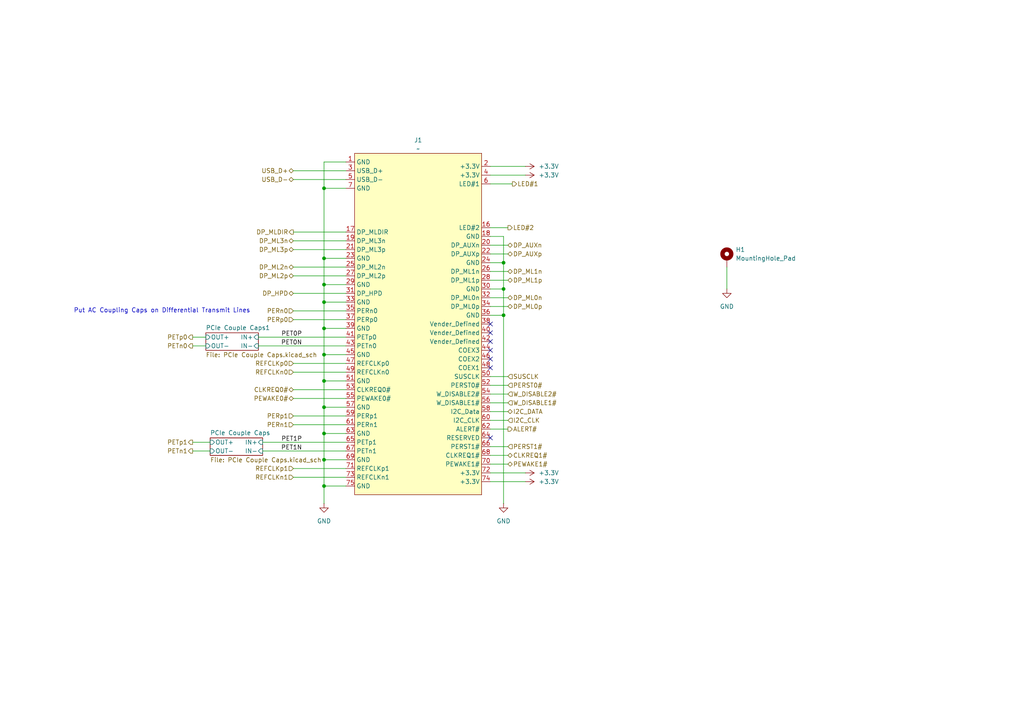
<source format=kicad_sch>
(kicad_sch (version 20250114) (generator "eeschema") (generator_version "9.0")
  (paper "A4")
  (lib_symbols
    (symbol "Mechanical:MountingHole_Pad" (pin_numbers (hide yes)) (pin_names (offset 1.016) (hide yes)) (in_bom no)
      (property "Reference" "H" (at 0 6.35 0))
      (property "Value" "MountingHole_Pad" (at 0 4.445 0))
      (symbol "MountingHole_Pad_0_1"
        (circle (center 0 1.27) (radius 1.27) (stroke (width 1.27)))
      )
      (symbol "MountingHole_Pad_1_1"
        (pin input line (at 0 -2.54 90) (length 2.54) (name "1") (number "1"))
      )
    )
    (symbol "PCIexpress:M.2_A_Key"
      (property "Reference" "J" (at 0 0 0))
      (symbol "M.2_A_Key_0_1"
        (rectangle (start -17.78 -5.08) (end 19.05 -104.14) (fill (type background)))
      )
      (symbol "M.2_A_Key_1_1"
        (pin power_in line (at -20.32 -7.62 0) (length 2.54) (name "GND") (number "1"))
        (pin bidirectional line (at -20.32 -10.16 0) (length 2.54) (name "USB_D+") (number "3"))
        (pin bidirectional line (at -20.32 -12.7 0) (length 2.54) (name "USB_D-") (number "5"))
        (pin power_in line (at -20.32 -15.24 0) (length 2.54) (name "GND") (number "7"))
        (pin output line (at -20.32 -27.94 0) (length 2.54) (name "DP_MLDIR") (number "17"))
        (pin bidirectional line (at -20.32 -30.48 0) (length 2.54) (name "DP_ML3n") (number "19"))
        (pin bidirectional line (at -20.32 -33.02 0) (length 2.54) (name "DP_ML3p") (number "21"))
        (pin power_in line (at -20.32 -35.56 0) (length 2.54) (name "GND") (number "23"))
        (pin bidirectional line (at -20.32 -38.1 0) (length 2.54) (name "DP_ML2n") (number "25"))
        (pin bidirectional line (at -20.32 -40.64 0) (length 2.54) (name "DP_ML2p") (number "27"))
        (pin power_in line (at -20.32 -43.18 0) (length 2.54) (name "GND") (number "29"))
        (pin bidirectional line (at -20.32 -45.72 0) (length 2.54) (name "DP_HPD") (number "31"))
        (pin power_in line (at -20.32 -48.26 0) (length 2.54) (name "GND") (number "33"))
        (pin input line (at -20.32 -50.8 0) (length 2.54) (name "PERn0") (number "35"))
        (pin input line (at -20.32 -53.34 0) (length 2.54) (name "PERp0") (number "37"))
        (pin power_in line (at -20.32 -55.88 0) (length 2.54) (name "GND") (number "39"))
        (pin output line (at -20.32 -58.42 0) (length 2.54) (name "PETp0") (number "41"))
        (pin output line (at -20.32 -60.96 0) (length 2.54) (name "PETn0") (number "43"))
        (pin power_in line (at -20.32 -63.5 0) (length 2.54) (name "GND") (number "45"))
        (pin input line (at -20.32 -66.04 0) (length 2.54) (name "REFCLKp0") (number "47"))
        (pin input line (at -20.32 -68.58 0) (length 2.54) (name "REFCLKn0") (number "49"))
        (pin power_in line (at -20.32 -71.12 0) (length 2.54) (name "GND") (number "51"))
        (pin bidirectional line (at -20.32 -73.66 0) (length 2.54) (name "CLKREQ0#") (number "53"))
        (pin bidirectional line (at -20.32 -76.2 0) (length 2.54) (name "PEWAKE0#") (number "55"))
        (pin power_in line (at -20.32 -78.74 0) (length 2.54) (name "GND") (number "57"))
        (pin input line (at -20.32 -81.28 0) (length 2.54) (name "PERp1") (number "59"))
        (pin input line (at -20.32 -83.82 0) (length 2.54) (name "PERn1") (number "61"))
        (pin power_in line (at -20.32 -86.36 0) (length 2.54) (name "GND") (number "63"))
        (pin output line (at -20.32 -88.9 0) (length 2.54) (name "PETp1") (number "65"))
        (pin output line (at -20.32 -91.44 0) (length 2.54) (name "PETn1") (number "67"))
        (pin passive line (at -20.32 -93.98 0) (length 2.54) (name "GND") (number "69"))
        (pin input line (at -20.32 -96.52 0) (length 2.54) (name "REFCLKp1") (number "71"))
        (pin input line (at -20.32 -99.06 0) (length 2.54) (name "REFCLKn1") (number "73"))
        (pin power_in line (at -20.32 -101.6 0) (length 2.54) (name "GND") (number "75"))
        (pin power_in line (at 21.59 -8.89 180) (length 2.54) (name "+3.3V") (number "2"))
        (pin power_in line (at 21.59 -11.43 180) (length 2.54) (name "+3.3V") (number "4"))
        (pin output line (at 21.59 -13.97 180) (length 2.54) (name "LED#1") (number "6"))
        (pin output line (at 21.59 -26.67 180) (length 2.54) (name "LED#2") (number "16"))
        (pin power_in line (at 21.59 -29.21 180) (length 2.54) (name "GND") (number "18"))
        (pin bidirectional line (at 21.59 -31.75 180) (length 2.54) (name "DP_AUXn") (number "20"))
        (pin bidirectional line (at 21.59 -34.29 180) (length 2.54) (name "DP_AUXp") (number "22"))
        (pin power_in line (at 21.59 -36.83 180) (length 2.54) (name "GND") (number "24"))
        (pin bidirectional line (at 21.59 -39.37 180) (length 2.54) (name "DP_ML1n") (number "26"))
        (pin bidirectional line (at 21.59 -41.91 180) (length 2.54) (name "DP_ML1p") (number "28"))
        (pin power_in line (at 21.59 -44.45 180) (length 2.54) (name "GND") (number "30"))
        (pin bidirectional line (at 21.59 -46.99 180) (length 2.54) (name "DP_ML0n") (number "32"))
        (pin bidirectional line (at 21.59 -49.53 180) (length 2.54) (name "DP_ML0p") (number "34"))
        (pin power_in line (at 21.59 -52.07 180) (length 2.54) (name "GND") (number "36"))
        (pin unspecified line (at 21.59 -54.61 180) (length 2.54) (name "Vender_Defined") (number "38"))
        (pin unspecified line (at 21.59 -57.15 180) (length 2.54) (name "Vender_Defined") (number "40"))
        (pin unspecified line (at 21.59 -59.69 180) (length 2.54) (name "Vender_Defined") (number "42"))
        (pin bidirectional line (at 21.59 -62.23 180) (length 2.54) (name "COEX3") (number "44"))
        (pin bidirectional line (at 21.59 -64.77 180) (length 2.54) (name "COEX2") (number "46"))
        (pin bidirectional line (at 21.59 -67.31 180) (length 2.54) (name "COEX1") (number "48"))
        (pin input line (at 21.59 -69.85 180) (length 2.54) (name "SUSCLK") (number "50"))
        (pin input line (at 21.59 -72.39 180) (length 2.54) (name "PERST0#") (number "52"))
        (pin input line (at 21.59 -74.93 180) (length 2.54) (name "W_DISABLE2#") (number "54"))
        (pin input line (at 21.59 -77.47 180) (length 2.54) (name "W_DISABLE1#") (number "56"))
        (pin bidirectional line (at 21.59 -80.01 180) (length 2.54) (name "I2C_Data") (number "58"))
        (pin input line (at 21.59 -82.55 180) (length 2.54) (name "I2C_CLK") (number "60"))
        (pin output line (at 21.59 -85.09 180) (length 2.54) (name "ALERT#") (number "62"))
        (pin unspecified line (at 21.59 -87.63 180) (length 2.54) (name "RESERVED") (number "64"))
        (pin input line (at 21.59 -90.17 180) (length 2.54) (name "PERST1#") (number "66"))
        (pin bidirectional line (at 21.59 -92.71 180) (length 2.54) (name "CLKREQ1#") (number "68"))
        (pin bidirectional line (at 21.59 -95.25 180) (length 2.54) (name "PEWAKE1#") (number "70"))
        (pin power_in line (at 21.59 -97.79 180) (length 2.54) (name "+3.3V") (number "72"))
        (pin power_in line (at 21.59 -100.33 180) (length 2.54) (name "+3.3V") (number "74"))
      )
    )
    (symbol "power:+3.3V" (power) (pin_numbers (hide yes)) (pin_names (offset 0) (hide yes))
      (property "Value" "+3.3V" (at 0 3.556 0))
      (symbol "+3.3V_0_1"
        (polyline (pts (xy -0.762 1.27) (xy 0 2.54)))
        (polyline (pts (xy 0 2.54) (xy 0.762 1.27)))
        (polyline (pts (xy 0 0) (xy 0 2.54)))
      )
      (symbol "+3.3V_1_1"
        (pin power_in line (at 0 0 90) (length 0) (name "~") (number "1"))
      )
    )
    (symbol "power:GND" (power) (pin_numbers (hide yes)) (pin_names (offset 0) (hide yes))
      (property "Value" "GND" (at 0 -3.81 0))
      (symbol "GND_0_1"
        (polyline (pts (xy 0 0) (xy 0 -1.27) (xy 1.27 -1.27) (xy 0 -2.54) (xy -1.27 -1.27) (xy 0 -1.27)))
      )
      (symbol "GND_1_1"
        (pin power_in line (at 0 0 270) (length 0) (name "~") (number "1"))
      )
    )
  )
  (text "Put AC Coupling Caps on Differential Transmit Lines" (at 46.99 90.17 0) (effects (font (size 1.27 1.27))))
  (junction (at 93.98 102.87))
  (junction (at 93.98 110.49))
  (junction (at 146.05 91.44))
  (junction (at 93.98 74.93))
  (junction (at 93.98 87.63))
  (junction (at 146.05 83.82))
  (junction (at 93.98 140.97))
  (junction (at 93.98 54.61))
  (junction (at 93.98 118.11))
  (junction (at 93.98 95.25))
  (junction (at 93.98 125.73))
  (junction (at 93.98 82.55))
  (junction (at 146.05 76.2))
  (junction (at 93.98 133.35))
  (no_connect (at 142.24 101.6))
  (no_connect (at 142.24 127))
  (no_connect (at 142.24 104.14))
  (no_connect (at 142.24 106.68))
  (no_connect (at 142.24 96.52))
  (no_connect (at 142.24 99.06))
  (no_connect (at 142.24 93.98))
  (wire (pts (xy 142.24 86.36) (xy 147.32 86.36)))
  (wire (pts (xy 93.98 118.11) (xy 93.98 125.73)))
  (wire (pts (xy 146.05 83.82) (xy 146.05 91.44)))
  (wire (pts (xy 76.2 128.27) (xy 100.33 128.27)))
  (wire (pts (xy 93.98 133.35) (xy 93.98 140.97)))
  (wire (pts (xy 93.98 110.49) (xy 93.98 118.11)))
  (wire (pts (xy 93.98 54.61) (xy 93.98 74.93)))
  (wire (pts (xy 74.93 100.33) (xy 100.33 100.33)))
  (wire (pts (xy 210.82 77.47) (xy 210.82 83.82)))
  (wire (pts (xy 142.24 48.26) (xy 152.4 48.26)))
  (wire (pts (xy 142.24 71.12) (xy 147.32 71.12)))
  (wire (pts (xy 85.09 120.65) (xy 100.33 120.65)))
  (wire (pts (xy 100.33 140.97) (xy 93.98 140.97)))
  (wire (pts (xy 142.24 111.76) (xy 147.32 111.76)))
  (wire (pts (xy 142.24 66.04) (xy 147.32 66.04)))
  (wire (pts (xy 93.98 102.87) (xy 93.98 110.49)))
  (wire (pts (xy 85.09 90.17) (xy 100.33 90.17)))
  (wire (pts (xy 100.33 46.99) (xy 93.98 46.99)))
  (wire (pts (xy 142.24 119.38) (xy 147.32 119.38)))
  (wire (pts (xy 100.33 82.55) (xy 93.98 82.55)))
  (wire (pts (xy 142.24 76.2) (xy 146.05 76.2)))
  (wire (pts (xy 93.98 74.93) (xy 93.98 82.55)))
  (wire (pts (xy 100.33 74.93) (xy 93.98 74.93)))
  (wire (pts (xy 85.09 49.53) (xy 100.33 49.53)))
  (wire (pts (xy 74.93 97.79) (xy 100.33 97.79)))
  (wire (pts (xy 93.98 46.99) (xy 93.98 54.61)))
  (wire (pts (xy 142.24 68.58) (xy 146.05 68.58)))
  (wire (pts (xy 100.33 110.49) (xy 93.98 110.49)))
  (wire (pts (xy 100.33 118.11) (xy 93.98 118.11)))
  (wire (pts (xy 85.09 52.07) (xy 100.33 52.07)))
  (wire (pts (xy 100.33 125.73) (xy 93.98 125.73)))
  (wire (pts (xy 142.24 91.44) (xy 146.05 91.44)))
  (wire (pts (xy 142.24 81.28) (xy 147.32 81.28)))
  (wire (pts (xy 55.88 100.33) (xy 59.69 100.33)))
  (wire (pts (xy 142.24 121.92) (xy 147.32 121.92)))
  (wire (pts (xy 100.33 54.61) (xy 93.98 54.61)))
  (wire (pts (xy 85.09 80.01) (xy 100.33 80.01)))
  (wire (pts (xy 55.88 128.27) (xy 60.96 128.27)))
  (wire (pts (xy 142.24 114.3) (xy 147.32 114.3)))
  (wire (pts (xy 55.88 97.79) (xy 59.69 97.79)))
  (wire (pts (xy 142.24 53.34) (xy 148.59 53.34)))
  (wire (pts (xy 85.09 77.47) (xy 100.33 77.47)))
  (wire (pts (xy 93.98 82.55) (xy 93.98 87.63)))
  (wire (pts (xy 100.33 87.63) (xy 93.98 87.63)))
  (wire (pts (xy 142.24 132.08) (xy 147.32 132.08)))
  (wire (pts (xy 85.09 92.71) (xy 100.33 92.71)))
  (wire (pts (xy 142.24 78.74) (xy 147.32 78.74)))
  (wire (pts (xy 142.24 83.82) (xy 146.05 83.82)))
  (wire (pts (xy 142.24 124.46) (xy 147.32 124.46)))
  (wire (pts (xy 142.24 50.8) (xy 152.4 50.8)))
  (wire (pts (xy 146.05 91.44) (xy 146.05 146.05)))
  (wire (pts (xy 85.09 105.41) (xy 100.33 105.41)))
  (wire (pts (xy 142.24 109.22) (xy 147.32 109.22)))
  (wire (pts (xy 93.98 87.63) (xy 93.98 95.25)))
  (wire (pts (xy 142.24 134.62) (xy 147.32 134.62)))
  (wire (pts (xy 85.09 113.03) (xy 100.33 113.03)))
  (wire (pts (xy 142.24 137.16) (xy 152.4 137.16)))
  (wire (pts (xy 55.88 130.81) (xy 60.96 130.81)))
  (wire (pts (xy 146.05 76.2) (xy 146.05 83.82)))
  (wire (pts (xy 85.09 67.31) (xy 100.33 67.31)))
  (wire (pts (xy 142.24 73.66) (xy 147.32 73.66)))
  (wire (pts (xy 85.09 69.85) (xy 100.33 69.85)))
  (wire (pts (xy 85.09 85.09) (xy 100.33 85.09)))
  (wire (pts (xy 142.24 116.84) (xy 147.32 116.84)))
  (wire (pts (xy 93.98 95.25) (xy 93.98 102.87)))
  (wire (pts (xy 85.09 115.57) (xy 100.33 115.57)))
  (wire (pts (xy 100.33 102.87) (xy 93.98 102.87)))
  (wire (pts (xy 100.33 133.35) (xy 93.98 133.35)))
  (wire (pts (xy 142.24 139.7) (xy 152.4 139.7)))
  (wire (pts (xy 85.09 135.89) (xy 100.33 135.89)))
  (wire (pts (xy 85.09 138.43) (xy 100.33 138.43)))
  (wire (pts (xy 85.09 123.19) (xy 100.33 123.19)))
  (wire (pts (xy 142.24 129.54) (xy 147.32 129.54)))
  (wire (pts (xy 76.2 130.81) (xy 100.33 130.81)))
  (wire (pts (xy 93.98 125.73) (xy 93.98 133.35)))
  (wire (pts (xy 100.33 95.25) (xy 93.98 95.25)))
  (wire (pts (xy 85.09 72.39) (xy 100.33 72.39)))
  (wire (pts (xy 142.24 88.9) (xy 147.32 88.9)))
  (wire (pts (xy 85.09 107.95) (xy 100.33 107.95)))
  (wire (pts (xy 93.98 140.97) (xy 93.98 146.05)))
  (wire (pts (xy 146.05 68.58) (xy 146.05 76.2)))
  (label "PET0P" (at 87.63 97.79 180))
  (label "PET1N" (at 87.63 130.81 180))
  (label "PET0N" (at 87.63 100.33 180))
  (label "PET1P" (at 87.63 128.27 180))
  (hierarchical_label "USB_D-" (shape bidirectional) (at 85.09 52.07 180))
  (hierarchical_label "LED#2" (shape output) (at 147.32 66.04 0))
  (hierarchical_label "PERST1#" (shape input) (at 147.32 129.54 0))
  (hierarchical_label "DP_AUXn" (shape bidirectional) (at 147.32 71.12 0))
  (hierarchical_label "PEWAKE1#" (shape bidirectional) (at 147.32 134.62 0))
  (hierarchical_label "CLKREQ1#" (shape bidirectional) (at 147.32 132.08 0))
  (hierarchical_label "REFCLKn0" (shape input) (at 85.09 107.95 180))
  (hierarchical_label "PETn1" (shape output) (at 55.88 130.81 180))
  (hierarchical_label "REFCLKn1" (shape input) (at 85.09 138.43 180))
  (hierarchical_label "DP_ML1p" (shape bidirectional) (at 147.32 81.28 0))
  (hierarchical_label "REFCLKp0" (shape input) (at 85.09 105.41 180))
  (hierarchical_label "PERp1" (shape input) (at 85.09 120.65 180))
  (hierarchical_label "SUSCLK" (shape input) (at 147.32 109.22 0))
  (hierarchical_label "USB_D+" (shape bidirectional) (at 85.09 49.53 180))
  (hierarchical_label "DP_ML0p" (shape bidirectional) (at 147.32 88.9 0))
  (hierarchical_label "PEWAKE0#" (shape bidirectional) (at 85.09 115.57 180))
  (hierarchical_label "DP_ML0n" (shape bidirectional) (at 147.32 86.36 0))
  (hierarchical_label "PERn1" (shape input) (at 85.09 123.19 180))
  (hierarchical_label "DP_MLDIR" (shape output) (at 85.09 67.31 180))
  (hierarchical_label "LED#1" (shape output) (at 148.59 53.34 0))
  (hierarchical_label "DP_ML3p" (shape bidirectional) (at 85.09 72.39 180))
  (hierarchical_label "DP_ML3n" (shape bidirectional) (at 85.09 69.85 180))
  (hierarchical_label "DP_ML2p" (shape bidirectional) (at 85.09 80.01 180))
  (hierarchical_label "PERp0" (shape input) (at 85.09 92.71 180))
  (hierarchical_label "W_DISABLE2#" (shape input) (at 147.32 114.3 0))
  (hierarchical_label "PETp1" (shape output) (at 55.88 128.27 180))
  (hierarchical_label "DP_ML1n" (shape bidirectional) (at 147.32 78.74 0))
  (hierarchical_label "PETp0" (shape output) (at 55.88 97.79 180))
  (hierarchical_label "W_DISABLE1#" (shape input) (at 147.32 116.84 0))
  (hierarchical_label "REFCLKp1" (shape input) (at 85.09 135.89 180))
  (hierarchical_label "PERn0" (shape input) (at 85.09 90.17 180))
  (hierarchical_label "I2C_DATA" (shape bidirectional) (at 147.32 119.38 0))
  (hierarchical_label "I2C_CLK" (shape input) (at 147.32 121.92 0))
  (hierarchical_label "ALERT#" (shape output) (at 147.32 124.46 0))
  (hierarchical_label "DP_HPD" (shape bidirectional) (at 85.09 85.09 180))
  (hierarchical_label "PERST0#" (shape input) (at 147.32 111.76 0))
  (hierarchical_label "DP_ML2n" (shape bidirectional) (at 85.09 77.47 180))
  (hierarchical_label "CLKREQ0#" (shape bidirectional) (at 85.09 113.03 180))
  (hierarchical_label "PETn0" (shape output) (at 55.88 100.33 180))
  (hierarchical_label "DP_AUXp" (shape bidirectional) (at 147.32 73.66 0))
  (symbol (lib_id "power:+3.3V") (at 152.4 137.16 270) (unit 1)
    (property "Reference" "#PWR05" (effects (hide yes)))
    (property "Value" "+3.3V" (at 156.21 137.1599 90) (effects (justify left)))
    (property "Description" "Power symbol creates a global label with name \"+3.3V\"" (effects (hide yes)))
  )
  (symbol (lib_id "PCIexpress:M.2_A_Key") (at 120.65 39.37 0) (unit 1)
    (property "Reference" "J1" (at 121.285 40.64 0))
    (property "Value" "~" (at 121.285 43.18 0))
    (property "Footprint" "PCIexpress:M.2 A Key Connector" (effects (hide yes)))
    (property "Note" "Check PCIe M.2 Specification for Pin Alt mode functions. Check your socket pinout for pin functions." (effects (hide yes)))
  )
  (symbol (lib_id "power:GND") (at 93.98 146.05 0) (unit 1)
    (property "Reference" "#PWR01" (effects (hide yes)))
    (property "Value" "GND" (at 93.98 151.13 0))
    (property "Description" "Power symbol creates a global label with name \"GND\" , ground" (effects (hide yes)))
  )
  (symbol (lib_id "power:+3.3V") (at 152.4 50.8 270) (unit 1)
    (property "Reference" "#PWR04" (effects (hide yes)))
    (property "Value" "+3.3V" (at 156.21 50.7999 90) (effects (justify left)))
    (property "Description" "Power symbol creates a global label with name \"+3.3V\"" (effects (hide yes)))
  )
  (symbol (lib_id "power:GND") (at 210.82 83.82 0) (unit 1)
    (property "Reference" "#PWR07" (effects (hide yes)))
    (property "Value" "GND" (at 210.82 88.9 0))
    (property "Description" "Power symbol creates a global label with name \"GND\" , ground" (effects (hide yes)))
  )
  (symbol (lib_id "power:+3.3V") (at 152.4 48.26 270) (unit 1)
    (property "Reference" "#PWR03" (effects (hide yes)))
    (property "Value" "+3.3V" (at 156.21 48.2599 90) (effects (justify left)))
    (property "Description" "Power symbol creates a global label with name \"+3.3V\"" (effects (hide yes)))
  )
  (symbol (lib_id "power:+3.3V") (at 152.4 139.7 270) (unit 1)
    (property "Reference" "#PWR06" (effects (hide yes)))
    (property "Value" "+3.3V" (at 156.21 139.6999 90) (effects (justify left)))
    (property "Description" "Power symbol creates a global label with name \"+3.3V\"" (effects (hide yes)))
  )
  (symbol (lib_id "power:GND") (at 146.05 146.05 0) (unit 1)
    (property "Reference" "#PWR02" (effects (hide yes)))
    (property "Value" "GND" (at 146.05 151.13 0))
    (property "Description" "Power symbol creates a global label with name \"GND\" , ground" (effects (hide yes)))
  )
  (symbol (lib_id "Mechanical:MountingHole_Pad") (at 210.82 74.93 0) (unit 1) (in_bom no)
    (property "Reference" "H1" (at 213.36 72.3899 0) (effects (justify left)))
    (property "Value" "MountingHole_Pad" (at 213.36 74.9299 0) (effects (justify left)))
    (property "Footprint" "PCIexpress:M.2 Mounting Pad" (effects (hide yes)))
    (property "Description" "Mounting Hole with connection" (effects (hide yes)))
  )
  (sheet (at 59.69 96.52) (size 15.24 5.08) (stroke (width 0.1524))
    (property "Sheetname" "PCIe Couple Caps1" (at 59.69 95.8084 0) (effects (justify left bottom)))
    (property "Sheetfile" "PCIe Couple Caps.kicad_sch" (at 59.69 102.1846 0) (effects (justify left top)))
    (pin "OUT-" input (at 59.69 100.33 180))
    (pin "IN+" input (at 74.93 97.79 0))
    (pin "OUT+" input (at 59.69 97.79 180))
    (pin "IN-" input (at 74.93 100.33 0))
  )
  (sheet (at 60.96 127) (size 15.24 5.08) (stroke (width 0.1524))
    (property "Sheetname" "PCIe Couple Caps" (at 60.96 126.2884 0) (effects (justify left bottom)))
    (property "Sheetfile" "PCIe Couple Caps.kicad_sch" (at 60.96 132.6646 0) (effects (justify left top)))
    (pin "OUT-" input (at 60.96 130.81 180))
    (pin "IN+" input (at 76.2 128.27 0))
    (pin "OUT+" input (at 60.96 128.27 180))
    (pin "IN-" input (at 76.2 130.81 0))
  )
)
</source>
